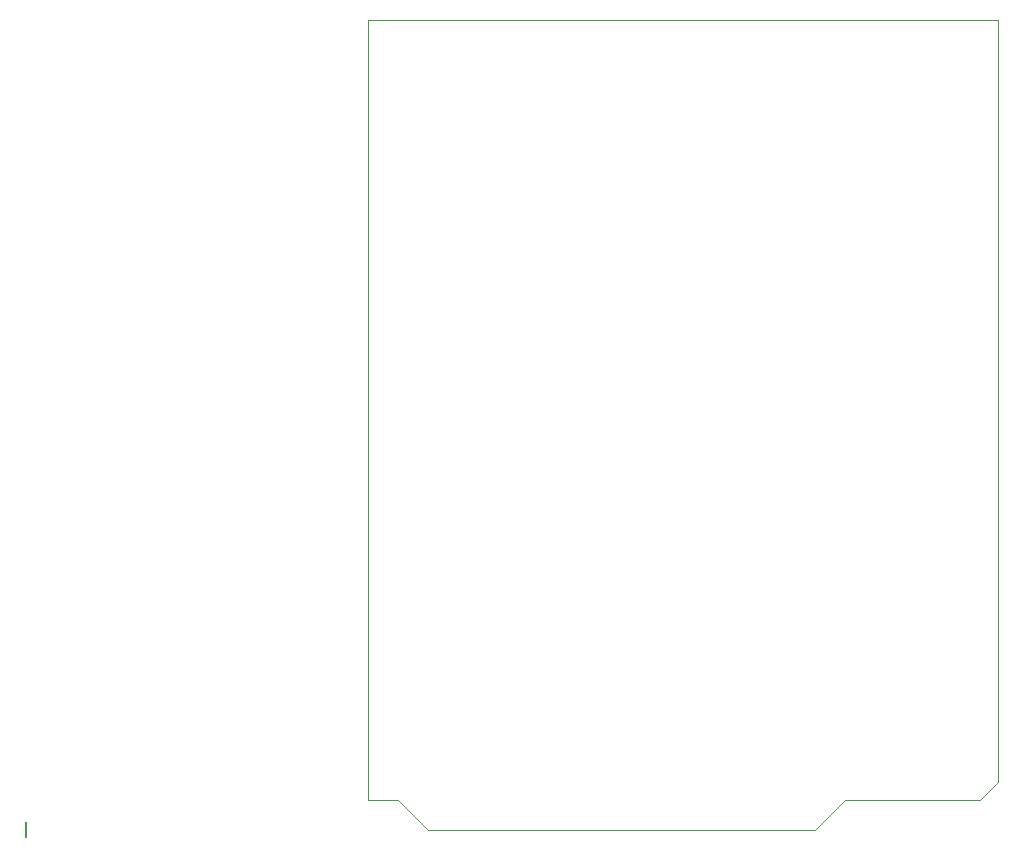
<source format=gbr>
G04 EAGLE Gerber RS-274X export*
G75*
%MOMM*%
%FSLAX34Y34*%
%LPD*%
%INSilkscreen Bottom*%
%IPPOS*%
%AMOC8*
5,1,8,0,0,1.08239X$1,22.5*%
G01*
%ADD10C,0.000000*%
%ADD11C,0.203200*%


D10*
X685800Y889000D02*
X685800Y228600D01*
X711200Y228600D01*
X736600Y203200D01*
X1064260Y203200D01*
X1089660Y228600D01*
X1203960Y228600D01*
X1219200Y243840D01*
X1219200Y889000D01*
X685800Y889000D01*
D11*
X396240Y209550D02*
X396240Y196850D01*
M02*

</source>
